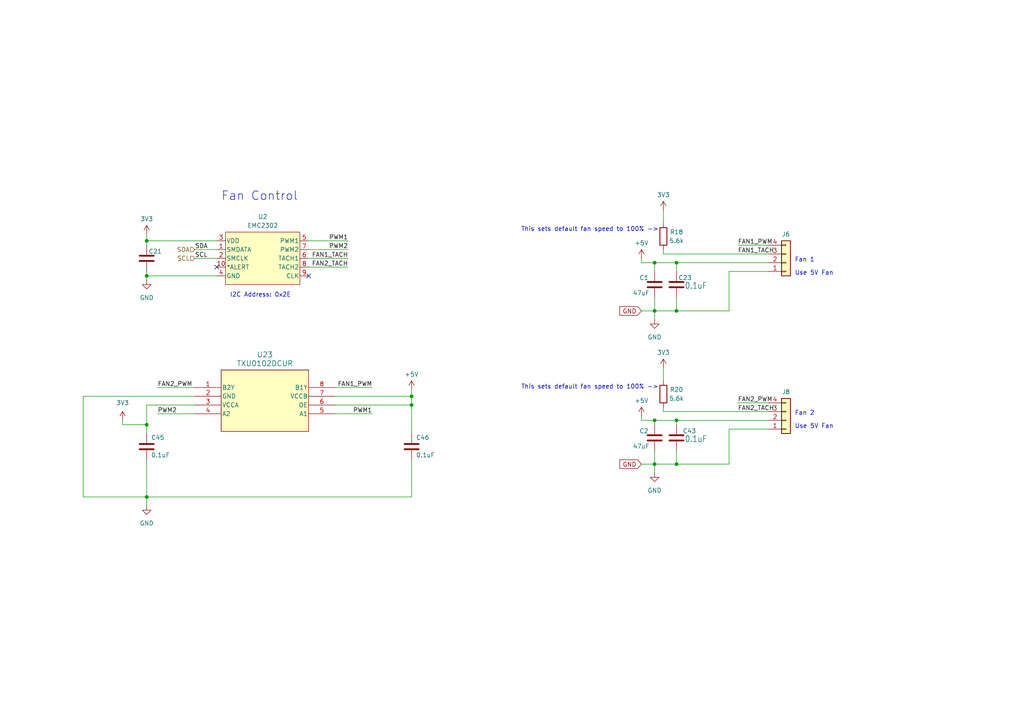
<source format=kicad_sch>
(kicad_sch (version 20231120) (generator "eeschema") (generator_version "8.0")
  (paper "A4")
  (title_block (title "BitForgeNano") (date "2024-06-21") (rev "1.0") (comment 1 "Licensed under CERN-OHL-W version 2"))
  (lib_symbols
    (symbol "+3V3_1" (power) (pin_numbers hide) (pin_names (offset 0) hide)
      (property "Value" "+3V3" (at 0 3.556 0))
      (symbol "+3V3_1_0_1"
        (polyline (pts (xy -0.762 1.27) (xy 0 2.54)))
        (polyline (pts (xy 0 0) (xy 0 2.54)))
        (polyline (pts (xy 0 2.54) (xy 0.762 1.27)))
      )
      (symbol "+3V3_1_1_1"
        (pin power_in line (at 0 0 90) (length 0) (name "~") (number "1"))
      )
    )
    (symbol "+5V_1" (power) (pin_numbers hide) (pin_names (offset 0) hide)
      (property "Value" "+5V" (at 0 3.556 0))
      (symbol "+5V_1_0_1"
        (polyline (pts (xy -0.762 1.27) (xy 0 2.54)))
        (polyline (pts (xy 0 0) (xy 0 2.54)))
        (polyline (pts (xy 0 2.54) (xy 0.762 1.27)))
      )
      (symbol "+5V_1_1_1"
        (pin power_in line (at 0 0 90) (length 0) (name "~") (number "1"))
      )
    )
    (symbol "BitForgeNano:C" (pin_numbers hide) (pin_names (offset 0.254))
      (property "Reference" "C" (at 0.635 2.54 0))
      (property "Value" "C" (at 0.635 -2.54 0))
      (symbol "C_0_1"
        (polyline (pts (xy -2.032 -0.762) (xy 2.032 -0.762)) (stroke (width 0.508)))
        (polyline (pts (xy -2.032 0.762) (xy 2.032 0.762)) (stroke (width 0.508)))
      )
      (symbol "C_1_1"
        (pin passive line (at 0 3.81 270) (length 2.794) (name "~") (number "1"))
        (pin passive line (at 0 -3.81 90) (length 2.794) (name "~") (number "2"))
      )
    )
    (symbol "BitForgeNano:Conn_01x04" (pin_names (offset 1.016) hide)
      (property "Reference" "J" (at 0 5.08 0))
      (property "Value" "Conn_01x04" (at 0 -7.62 0))
      (symbol "Conn_01x04_1_1"
        (rectangle (start -1.27 -4.953) (end 0 -5.207) (stroke (width 0.1524)))
        (rectangle (start -1.27 -2.413) (end 0 -2.667) (stroke (width 0.1524)))
        (rectangle (start -1.27 0.127) (end 0 -0.127) (stroke (width 0.1524)))
        (rectangle (start -1.27 2.667) (end 0 2.413) (stroke (width 0.1524)))
        (rectangle (start -1.27 3.81) (end 1.27 -6.35) (stroke (width 0.254)) (fill (type background)))
        (pin passive line (at -5.08 2.54 0) (length 3.81) (name "Pin_1") (number "1"))
        (pin passive line (at -5.08 0 0) (length 3.81) (name "Pin_2") (number "2"))
        (pin passive line (at -5.08 -2.54 0) (length 3.81) (name "Pin_3") (number "3"))
        (pin passive line (at -5.08 -5.08 0) (length 3.81) (name "Pin_4") (number "4"))
      )
    )
    (symbol "BitForgeNano:EMC2302-2-AIZL-TR" (pin_names (offset 0.254))
      (property "Reference" "U" (at -8.89 8.89 0))
      (property "Value" "EMC2302-2-AIZL-TR" (at 7.62 -8.89 0))
      (symbol "EMC2302-2-AIZL-TR_0_1"
        (pin bidirectional line (at -11.43 2.54 0) (length 2.54) (name "SMDATA") (number "1"))
        (pin output line (at -11.43 -2.54 0) (length 2.54) (name "*ALERT") (number "10"))
        (pin input line (at -11.43 0 0) (length 2.54) (name "SMCLK") (number "2"))
        (pin power_in line (at -11.43 5.08 0) (length 2.54) (name "VDD") (number "3"))
        (pin power_in line (at -11.43 -5.08 0) (length 2.54) (name "GND") (number "4"))
        (pin output line (at 15.24 5.08 180) (length 2.54) (name "PWM1") (number "5"))
        (pin input line (at 15.24 0 180) (length 2.54) (name "TACH1") (number "6"))
        (pin output line (at 15.24 2.54 180) (length 2.54) (name "PWM2") (number "7"))
        (pin input line (at 15.24 -2.54 180) (length 2.54) (name "TACH2") (number "8"))
        (pin bidirectional line (at 15.24 -5.08 180) (length 2.54) (name "CLK") (number "9"))
      )
      (symbol "EMC2302-2-AIZL-TR_1_1"
        (rectangle (start -8.89 7.62) (end 12.7 -7.62) (fill (type background)))
      )
    )
    (symbol "BitForgeNano:GND" (power) (pin_names (offset 0))
      (property "Value" "GND" (at 0 -3.81 0))
      (symbol "GND_0_1"
        (polyline (pts (xy 0 0) (xy 0 -1.27) (xy 1.27 -1.27) (xy 0 -2.54) (xy -1.27 -1.27) (xy 0 -1.27)))
      )
      (symbol "GND_1_1"
        (pin power_in line (at 0 0 270) (length 0) hide (name "GND") (number "1"))
      )
    )
    (symbol "BitForgeNano:R" (pin_numbers hide) (pin_names (offset 0))
      (property "Reference" "R" (at 2.032 0 90))
      (property "Value" "R" (at 0 0 90))
      (symbol "R_0_1"
        (rectangle (start -1.016 -2.54) (end 1.016 2.54) (stroke (width 0.254)))
      )
      (symbol "R_1_1"
        (pin passive line (at 0 3.81 270) (length 1.27) (name "~") (number "1"))
        (pin passive line (at 0 -3.81 90) (length 1.27) (name "~") (number "2"))
      )
    )
    (symbol "BitForgeNano:TXU0102DCUR" (pin_names (offset 0.254))
      (property "Reference" "U23" (at 20.32 9.525 0))
      (property "Value" "TXU0102DCUR" (at 20.32 6.985 0))
      (symbol "TXU0102DCUR_0_1"
        (polyline (pts (xy 7.62 -12.7) (xy 33.02 -12.7)) (stroke (width 0.127)))
        (polyline (pts (xy 7.62 5.08) (xy 7.62 -12.7)) (stroke (width 0.127)))
        (polyline (pts (xy 33.02 5.08) (xy 7.62 5.08)) (stroke (width 0.127)))
        (pin output line (at 0 0 0) (length 7.62) (name "B2Y") (number "1"))
        (pin power_out line (at 0 -2.54 0) (length 7.62) (name "GND") (number "2"))
        (pin power_in line (at 0 -5.08 0) (length 7.62) (name "VCCA") (number "3"))
        (pin input line (at 0 -7.62 0) (length 7.62) (name "A2") (number "4"))
        (pin input line (at 40.64 -7.62 180) (length 7.62) (name "A1") (number "5"))
        (pin input line (at 40.64 -5.08 180) (length 7.62) (name "OE") (number "6"))
        (pin power_in line (at 40.64 -2.54 180) (length 7.62) (name "VCCB") (number "7"))
        (pin output line (at 40.64 0 180) (length 7.62) (name "B1Y") (number "8"))
      )
      (symbol "TXU0102DCUR_1_1"
        (rectangle (start 7.62 5.08) (end 33.02 -12.7) (fill (type background)))
      )
    )
  )
  (junction (at 119.38 114.935))
  (junction (at 189.865 134.62))
  (junction (at 42.545 123.19))
  (junction (at 119.38 117.475))
  (junction (at 189.865 90.17))
  (junction (at 42.545 144.145))
  (junction (at 196.215 90.17))
  (junction (at 189.865 76.2))
  (junction (at 42.545 69.85))
  (junction (at 196.215 121.92))
  (junction (at 196.215 76.2))
  (junction (at 196.215 134.62))
  (junction (at 189.865 121.92))
  (junction (at 42.545 80.01))
  (no_connect (at 62.865 77.47))
  (no_connect (at 89.535 80.01))
  (wire (pts (xy 42.545 69.85) (xy 42.545 71.12)))
  (wire (pts (xy 186.055 121.92) (xy 189.865 121.92)))
  (wire (pts (xy 213.995 71.12) (xy 222.885 71.12)))
  (wire (pts (xy 211.455 124.46) (xy 211.455 134.62)))
  (wire (pts (xy 56.515 72.39) (xy 62.865 72.39)))
  (wire (pts (xy 192.405 119.38) (xy 222.885 119.38)))
  (wire (pts (xy 45.72 112.395) (xy 56.515 112.395)))
  (wire (pts (xy 196.215 76.2) (xy 196.215 78.74)))
  (wire (pts (xy 189.865 134.62) (xy 189.865 137.16)))
  (wire (pts (xy 196.215 130.81) (xy 196.215 134.62)))
  (wire (pts (xy 189.865 86.36) (xy 189.865 90.17)))
  (wire (pts (xy 42.545 78.74) (xy 42.545 80.01)))
  (wire (pts (xy 89.535 69.85) (xy 100.965 69.85)))
  (wire (pts (xy 56.515 74.93) (xy 62.865 74.93)))
  (wire (pts (xy 189.865 76.2) (xy 196.215 76.2)))
  (wire (pts (xy 211.455 124.46) (xy 222.885 124.46)))
  (wire (pts (xy 35.56 123.19) (xy 42.545 123.19)))
  (wire (pts (xy 189.865 90.17) (xy 196.215 90.17)))
  (wire (pts (xy 213.995 116.84) (xy 222.885 116.84)))
  (wire (pts (xy 186.055 134.62) (xy 189.865 134.62)))
  (wire (pts (xy 56.515 117.475) (xy 42.545 117.475)))
  (wire (pts (xy 42.545 117.475) (xy 42.545 123.19)))
  (wire (pts (xy 192.405 118.11) (xy 192.405 119.38)))
  (wire (pts (xy 196.215 86.36) (xy 196.215 90.17)))
  (wire (pts (xy 97.155 114.935) (xy 119.38 114.935)))
  (wire (pts (xy 189.865 121.92) (xy 196.215 121.92)))
  (wire (pts (xy 186.055 76.2) (xy 189.865 76.2)))
  (wire (pts (xy 42.545 80.01) (xy 42.545 81.28)))
  (wire (pts (xy 89.535 72.39) (xy 100.965 72.39)))
  (wire (pts (xy 42.545 133.35) (xy 42.545 144.145)))
  (wire (pts (xy 97.155 112.395) (xy 107.95 112.395)))
  (wire (pts (xy 119.38 133.35) (xy 119.38 144.145)))
  (wire (pts (xy 56.515 114.935) (xy 24.13 114.935)))
  (wire (pts (xy 42.545 123.19) (xy 42.545 125.73)))
  (wire (pts (xy 196.215 134.62) (xy 211.455 134.62)))
  (wire (pts (xy 192.405 110.49) (xy 192.405 106.68)))
  (wire (pts (xy 97.155 117.475) (xy 119.38 117.475)))
  (wire (pts (xy 189.865 121.92) (xy 189.865 123.19)))
  (wire (pts (xy 189.865 90.17) (xy 189.865 92.71)))
  (wire (pts (xy 186.055 90.17) (xy 189.865 90.17)))
  (wire (pts (xy 35.56 121.92) (xy 35.56 123.19)))
  (wire (pts (xy 119.38 117.475) (xy 119.38 125.73)))
  (wire (pts (xy 42.545 144.145) (xy 42.545 146.685)))
  (wire (pts (xy 119.38 113.03) (xy 119.38 114.935)))
  (wire (pts (xy 196.215 76.2) (xy 222.885 76.2)))
  (wire (pts (xy 97.155 120.015) (xy 107.95 120.015)))
  (wire (pts (xy 186.055 121.92) (xy 186.055 120.65)))
  (wire (pts (xy 24.13 114.935) (xy 24.13 144.145)))
  (wire (pts (xy 189.865 76.2) (xy 189.865 78.74)))
  (wire (pts (xy 42.545 69.85) (xy 62.865 69.85)))
  (wire (pts (xy 196.215 90.17) (xy 211.455 90.17)))
  (wire (pts (xy 119.38 144.145) (xy 42.545 144.145)))
  (wire (pts (xy 186.055 76.2) (xy 186.055 74.93)))
  (wire (pts (xy 211.455 78.74) (xy 211.455 90.17)))
  (wire (pts (xy 196.215 121.92) (xy 196.215 123.19)))
  (wire (pts (xy 42.545 67.945) (xy 42.545 69.85)))
  (wire (pts (xy 189.865 130.81) (xy 189.865 134.62)))
  (wire (pts (xy 89.535 74.93) (xy 100.965 74.93)))
  (wire (pts (xy 42.545 80.01) (xy 62.865 80.01)))
  (wire (pts (xy 196.215 121.92) (xy 222.885 121.92)))
  (wire (pts (xy 192.405 72.39) (xy 192.405 73.66)))
  (wire (pts (xy 45.72 120.015) (xy 56.515 120.015)))
  (wire (pts (xy 192.405 73.66) (xy 222.885 73.66)))
  (wire (pts (xy 89.535 77.47) (xy 100.965 77.47)))
  (wire (pts (xy 192.405 64.77) (xy 192.405 60.96)))
  (wire (pts (xy 42.545 144.145) (xy 24.13 144.145)))
  (wire (pts (xy 211.455 78.74) (xy 222.885 78.74)))
  (wire (pts (xy 189.865 134.62) (xy 196.215 134.62)))
  (wire (pts (xy 119.38 114.935) (xy 119.38 117.475)))
  (text "Fan 1" (at 230.505 76.2 0) (effects (font (size 1.27 1.27)) (justify left bottom)))
  (text "This sets default fan speed to 100% ->" (at 151.13 113.03 0) (effects (font (size 1.27 1.27)) (justify left bottom)))
  (text "This sets default fan speed to 100% ->" (at 151.13 67.31 0) (effects (font (size 1.27 1.27)) (justify left bottom)))
  (text "I2C Address: 0x2E" (at 66.675 86.36 0) (effects (font (size 1.27 1.27)) (justify left bottom)))
  (text "Use 5V Fan" (at 230.505 80.01 0) (effects (font (size 1.27 1.27)) (justify left bottom)))
  (text "Fan 2" (at 230.505 120.65 0) (effects (font (size 1.27 1.27)) (justify left bottom)))
  (text "Fan Control" (at 64.135 58.42 0) (effects (font (size 2.5 2.5)) (justify left bottom)))
  (text "Use 5V Fan" (at 230.505 124.46 0) (effects (font (size 1.27 1.27)) (justify left bottom)))
  (label "SDA" (at 56.515 72.39 0))
  (label "FAN1_PWM" (at 107.95 112.395 180))
  (label "FAN2_PWM" (at 213.995 116.84 0))
  (label "PWM2" (at 45.72 120.015 0))
  (label "FAN1_TACH" (at 100.965 74.93 180))
  (label "FAN2_TACH" (at 100.965 77.47 180))
  (label "SCL" (at 56.515 74.93 0))
  (label "FAN1_TACH" (at 213.995 73.66 0))
  (label "PWM1" (at 107.95 120.015 180))
  (label "PWM2" (at 100.965 72.39 180))
  (label "FAN2_TACH" (at 213.995 119.38 0))
  (label "FAN1_PWM" (at 213.995 71.12 0))
  (label "PWM1" (at 100.965 69.85 180))
  (label "FAN2_PWM" (at 45.72 112.395 0))
  (global_label "GND" (shape input) (at 186.055 90.17 180) (property "Intersheetrefs" "${INTERSHEET_REFS}" (effects (hide yes))))
  (global_label "GND" (shape input) (at 186.055 134.62 180) (property "Intersheetrefs" "${INTERSHEET_REFS}" (effects (hide yes))))
  (hierarchical_label "SDA" (shape input) (at 56.515 72.39 180))
  (hierarchical_label "SCL" (shape input) (at 56.515 74.93 180))
  (symbol (lib_id "BitForgeNano:C") (at 189.865 82.55 0) (unit 1)
    (property "Reference" "C1" (at 185.42 81.28 0) (effects (justify left bottom)))
    (property "Value" "47uF" (at 183.515 85.725 0) (effects (justify left bottom)))
    (property "Footprint" "Capacitor_SMD:C_1210_3225Metric" (effects (hide yes)))
    (property "Description" "CL32A476KOJNNNE" (effects (hide yes)))
    (property "DK" "1276-3376-1-ND" (effects (hide yes)))
    (property "PARTNO" "CL32A476KOJNNNE" (effects (hide yes)))
  )
  (symbol (lib_id "BitForgeNano:TXU0102DCUR") (at 56.515 112.395 0) (unit 1)
    (property "Reference" "U23" (at 76.835 102.87 0) (effects (font (size 1.524 1.524))))
    (property "Value" "TXU0102DCUR" (at 76.835 105.41 0) (effects (font (size 1.524 1.524))))
    (property "Footprint" "BitForgeNano:VSSOP-8_2.3x2mm_P0.5mm" (effects (hide yes)))
    (property "Datasheet" "TXU0102DCUR" (effects (hide yes)))
    (property "Description" "TXU0102DCUR" (effects (hide yes)))
    (property "DK" "296-TXU0102DCURCT-ND" (effects (hide yes)))
  )
  (symbol (lib_id "BitForgeNano:R") (at 192.405 114.3 180) (unit 1)
    (property "Reference" "R20" (at 196.215 113.03 0))
    (property "Value" "5.6k" (at 196.215 115.57 0))
    (property "Footprint" "BitForgeNano:R_0402_1005Metric" (effects (hide yes)))
    (property "Description" "RC0402FR-135K6L" (effects (hide yes)))
    (property "DK" "13-RC0402FR-135K6LCT-ND" (effects (hide yes)))
    (property "PARTNO" "RC0402FR-135K6L" (effects (hide yes)))
  )
  (symbol (lib_name "+5V_1") (lib_id "BitForgeNano:+5V_1") (at 186.055 74.93 0) (unit 1)
    (property "Reference" "#PWR034" (effects (hide yes)))
    (property "Value" "+5V" (at 186.055 70.485 0))
    (property "Description" "Power symbol creates a global label with name \"+5V\"" (effects (hide yes)))
  )
  (symbol (lib_id "BitForgeNano:C") (at 196.215 82.55 0) (mirror y) (unit 1)
    (property "Reference" "C23" (at 200.66 81.28 0) (effects (justify left bottom)))
    (property "Value" "0.1uF" (at 205.105 83.82 0) (effects (font (size 1.778 1.5113)) (justify left bottom)))
    (property "Footprint" "Capacitor_SMD:C_0402_1005Metric" (effects (hide yes)))
    (property "Description" "0402X104K100CT" (effects (hide yes)))
    (property "DK" "1292-1639-1-ND" (effects (hide yes)))
    (property "PARTNO" "KGM05AR71C104KH" (effects (hide yes)))
  )
  (symbol (lib_id "BitForgeNano:GND") (at 42.545 146.685 0) (unit 1)
    (property "Reference" "#PWR043" (effects (hide yes)))
    (property "Value" "GND" (at 42.545 151.765 0))
    (property "Description" "Power symbol creates a global label with name \"GND\" , ground" (effects (hide yes)))
  )
  (symbol (lib_name "+5V_1") (lib_id "BitForgeNano:+5V_1") (at 119.38 113.03 0) (unit 1)
    (property "Reference" "#PWR040" (effects (hide yes)))
    (property "Value" "+5V" (at 119.38 108.585 0))
    (property "Description" "Power symbol creates a global label with name \"+5V\"" (effects (hide yes)))
  )
  (symbol (lib_id "BitForgeNano:C") (at 119.38 129.54 0) (unit 1)
    (property "Reference" "C46" (at 120.65 127.635 0) (effects (justify left bottom)))
    (property "Value" "0.1uF" (at 120.65 132.715 0) (effects (justify left bottom)))
    (property "Footprint" "Capacitor_SMD:C_0402_1005Metric" (effects (hide yes)))
    (property "Description" "0402X104K100CT" (effects (hide yes)))
    (property "DK" "1292-1639-1-ND" (effects (hide yes)))
    (property "PARTNO" "0402X104K100CT" (effects (hide yes)))
  )
  (symbol (lib_id "BitForgeNano:GND") (at 189.865 137.16 0) (unit 1)
    (property "Reference" "#PWR042" (effects (hide yes)))
    (property "Value" "GND" (at 189.865 142.24 0))
    (property "Description" "Power symbol creates a global label with name \"GND\" , ground" (effects (hide yes)))
  )
  (symbol (lib_id "BitForgeNano:R") (at 192.405 68.58 180) (unit 1)
    (property "Reference" "R18" (at 196.215 67.31 0))
    (property "Value" "5.6k" (at 196.215 69.85 0))
    (property "Footprint" "BitForgeNano:R_0402_1005Metric" (effects (hide yes)))
    (property "Description" "RC0402FR-135K6L" (effects (hide yes)))
    (property "DK" "13-RC0402FR-135K6LCT-ND" (effects (hide yes)))
    (property "PARTNO" "RC0402FR-135K6L" (effects (hide yes)))
  )
  (symbol (lib_name "+3V3_1") (lib_id "BitForgeNano:+3V3_1") (at 192.405 106.68 0) (unit 1)
    (property "Reference" "#PWR037" (effects (hide yes)))
    (property "Value" "3V3" (at 192.405 102.235 0))
    (property "Description" "Power symbol creates a global label with name \"+3V3\"" (effects (hide yes)))
  )
  (symbol (lib_name "+5V_1") (lib_id "BitForgeNano:+5V_1") (at 186.055 120.65 0) (unit 1)
    (property "Reference" "#PWR035" (effects (hide yes)))
    (property "Value" "+5V" (at 186.055 116.205 0))
    (property "Description" "Power symbol creates a global label with name \"+5V\"" (effects (hide yes)))
  )
  (symbol (lib_id "BitForgeNano:GND") (at 42.545 81.28 0) (unit 1)
    (property "Reference" "#PWR044" (effects (hide yes)))
    (property "Value" "GND" (at 42.545 86.36 0))
    (property "Description" "Power symbol creates a global label with name \"GND\" , ground" (effects (hide yes)))
  )
  (symbol (lib_id "BitForgeNano:Conn_01x04") (at 227.965 121.92 0) (mirror x) (unit 1)
    (property "Reference" "J8" (at 227.965 113.665 0))
    (property "Value" "Conn_01x04" (effects (hide yes)))
    (property "Footprint" "BitForgeNano:470531000" (effects (hide yes)))
    (property "Description" "0470531000" (effects (hide yes)))
    (property "PARTNO" "0470531000" (effects (hide yes)))
    (property "DK" "WM4330-ND" (effects (hide yes)))
  )
  (symbol (lib_name "+3V3_1") (lib_id "BitForgeNano:+3V3_1") (at 35.56 121.92 0) (unit 1)
    (property "Reference" "#PWR038" (effects (hide yes)))
    (property "Value" "3V3" (at 35.56 116.84 0))
    (property "Description" "Power symbol creates a global label with name \"+3V3\"" (effects (hide yes)))
  )
  (symbol (lib_name "+3V3_1") (lib_id "BitForgeNano:+3V3_1") (at 192.405 60.96 0) (unit 1)
    (property "Reference" "#PWR036" (effects (hide yes)))
    (property "Value" "3V3" (at 192.405 56.515 0))
    (property "Description" "Power symbol creates a global label with name \"+3V3\"" (effects (hide yes)))
  )
  (symbol (lib_id "BitForgeNano:GND") (at 189.865 92.71 0) (unit 1)
    (property "Reference" "#PWR041" (effects (hide yes)))
    (property "Value" "GND" (at 189.865 97.79 0))
    (property "Description" "Power symbol creates a global label with name \"GND\" , ground" (effects (hide yes)))
  )
  (symbol (lib_id "BitForgeNano:EMC2302-2-AIZL-TR") (at 74.295 74.93 0) (unit 1)
    (property "Reference" "U2" (at 76.2 62.865 0))
    (property "Value" "EMC2302" (at 76.2 65.405 0))
    (property "Footprint" "BitForgeNano:MSOP-10_3x3mm_P0.5mm" (effects (hide yes)))
    (property "Datasheet" "https://ww1.microchip.com/downloads/aemDocuments/documents/MSLD/ProductDocuments/DataSheets/EMC2301-2-3-5-Data-Sheet-DS20006532A.pdf" (effects (hide yes)))
    (property "Description" "EMC2302-2-AIZL-TR" (effects (hide yes)))
    (property "DK" "EMC2302-2-AIZL-CT-ND" (effects (hide yes)))
    (property "PARTNO" "EMC2302-2-AIZL-TR" (effects (hide yes)))
  )
  (symbol (lib_name "+3V3_1") (lib_id "BitForgeNano:+3V3_1") (at 42.545 67.945 0) (unit 1)
    (property "Reference" "#PWR039" (effects (hide yes)))
    (property "Value" "3V3" (at 42.545 63.5 0))
    (property "Description" "Power symbol creates a global label with name \"+3V3\"" (effects (hide yes)))
  )
  (symbol (lib_id "BitForgeNano:C") (at 189.865 127 0) (unit 1)
    (property "Reference" "C2" (at 185.42 125.73 0) (effects (justify left bottom)))
    (property "Value" "47uF" (at 183.515 130.175 0) (effects (justify left bottom)))
    (property "Footprint" "Capacitor_SMD:C_1210_3225Metric" (effects (hide yes)))
    (property "Description" "CL32A476KOJNNNE" (effects (hide yes)))
    (property "DK" "1276-3376-1-ND" (effects (hide yes)))
    (property "PARTNO" "CL32A476KOJNNNE" (effects (hide yes)))
  )
  (symbol (lib_id "BitForgeNano:Conn_01x04") (at 227.965 76.2 0) (mirror x) (unit 1)
    (property "Reference" "J6" (at 227.965 67.945 0))
    (property "Value" "Conn_01x04" (effects (hide yes)))
    (property "Footprint" "BitForgeNano:470531000" (effects (hide yes)))
    (property "Description" "0470531000" (effects (hide yes)))
    (property "PARTNO" "0470531000" (effects (hide yes)))
    (property "DK" "WM4330-ND" (effects (hide yes)))
  )
  (symbol (lib_id "BitForgeNano:C") (at 42.545 129.54 0) (unit 1)
    (property "Reference" "C45" (at 43.815 127.635 0) (effects (justify left bottom)))
    (property "Value" "0.1uF" (at 43.815 132.715 0) (effects (justify left bottom)))
    (property "Footprint" "Capacitor_SMD:C_0402_1005Metric" (effects (hide yes)))
    (property "Description" "0402X104K100CT" (effects (hide yes)))
    (property "DK" "1292-1639-1-ND" (effects (hide yes)))
    (property "PARTNO" "0402X104K100CT" (effects (hide yes)))
  )
  (symbol (lib_id "BitForgeNano:C") (at 196.215 127 0) (mirror y) (unit 1)
    (property "Reference" "C43" (at 201.93 125.73 0) (effects (justify left bottom)))
    (property "Value" "0.1uF" (at 205.105 128.27 0) (effects (font (size 1.778 1.5113)) (justify left bottom)))
    (property "Footprint" "Capacitor_SMD:C_0402_1005Metric" (effects (hide yes)))
    (property "Description" "0402X104K100CT" (effects (hide yes)))
    (property "DK" "1292-1639-1-ND" (effects (hide yes)))
    (property "PARTNO" "KGM05AR71C104KH" (effects (hide yes)))
  )
  (symbol (lib_id "BitForgeNano:C") (at 42.545 74.93 0) (mirror y) (unit 1)
    (property "Reference" "C21" (at 46.99 73.66 0) (effects (justify left bottom)))
    (property "Value" "0.1uF" (effects (hide yes)))
    (property "Footprint" "Capacitor_SMD:C_0402_1005Metric" (effects (hide yes)))
    (property "Description" "0402X104K100CT" (effects (hide yes)))
    (property "DK" "1292-1639-1-ND" (effects (hide yes)))
    (property "PARTNO" "KGM05AR71C104KH" (effects (hide yes)))
  )
)
</source>
